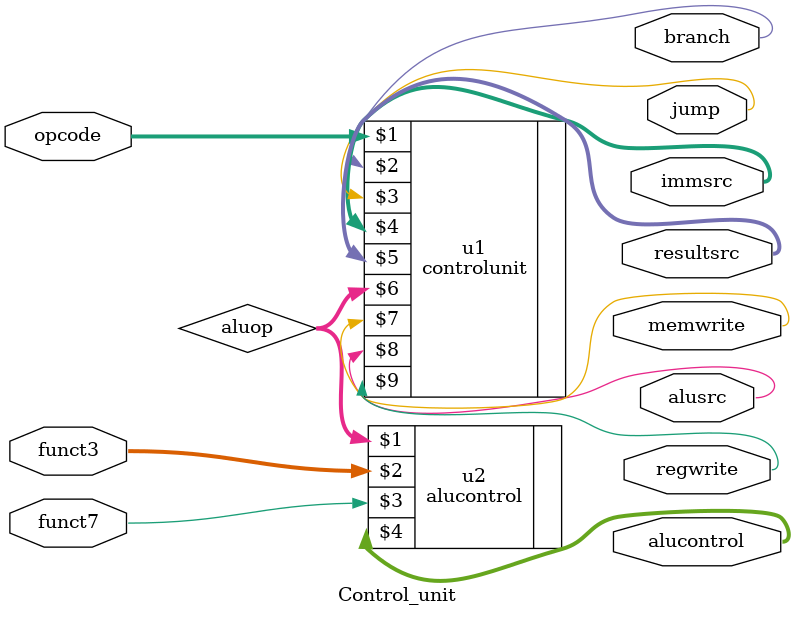
<source format=v>
`timescale 1ns / 1ps
module Control_unit(opcode,funct3,funct7,alusrc,resultsrc,immsrc,regwrite,memwrite,alucontrol,branch, jump);
input [6:0] opcode;
input funct7;
input [2:0] funct3;
output [2:0] alucontrol;
output [1:0] immsrc,resultsrc;
output memwrite,alusrc,regwrite;
output branch,jump;
wire [1:0] aluop;

controlunit u1(opcode,branch,jump,immsrc,resultsrc,aluop,memwrite,alusrc,regwrite);
alucontrol u2(aluop,funct3,funct7,alucontrol);
endmodule
</source>
